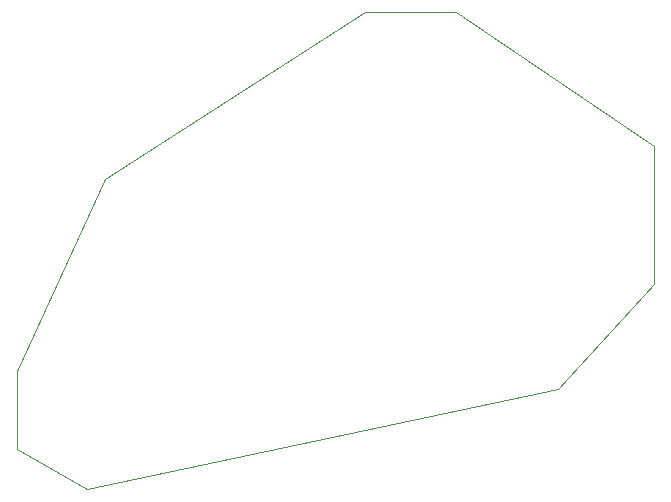
<source format=gbr>
G04 #@! TF.GenerationSoftware,KiCad,Pcbnew,(6.99.0-2452-gdb4f2d9dd8)*
G04 #@! TF.CreationDate,2022-07-21T07:10:37-08:00*
G04 #@! TF.ProjectId,jwtelescope,6a777465-6c65-4736-936f-70652e6b6963,rev?*
G04 #@! TF.SameCoordinates,Original*
G04 #@! TF.FileFunction,Profile,NP*
%FSLAX46Y46*%
G04 Gerber Fmt 4.6, Leading zero omitted, Abs format (unit mm)*
G04 Created by KiCad (PCBNEW (6.99.0-2452-gdb4f2d9dd8)) date 2022-07-21 07:10:37*
%MOMM*%
%LPD*%
G01*
G04 APERTURE LIST*
G04 #@! TA.AperFunction,Profile*
%ADD10C,0.100000*%
G04 #@! TD*
G04 APERTURE END LIST*
D10*
X58400000Y-63600000D02*
X58400000Y-70200000D01*
X95600000Y-33200000D02*
X112400000Y-44500000D01*
X104200000Y-65100000D02*
X112400000Y-56200000D01*
X58400000Y-63600000D02*
X65900000Y-47300000D01*
X65900000Y-47300000D02*
X87900000Y-33200000D01*
X112400000Y-44500000D02*
X112400000Y-56200000D01*
X87900000Y-33200000D02*
X95600000Y-33200000D01*
X58400000Y-70200000D02*
X64400000Y-73600000D01*
X64400000Y-73600000D02*
X104200000Y-65100000D01*
M02*

</source>
